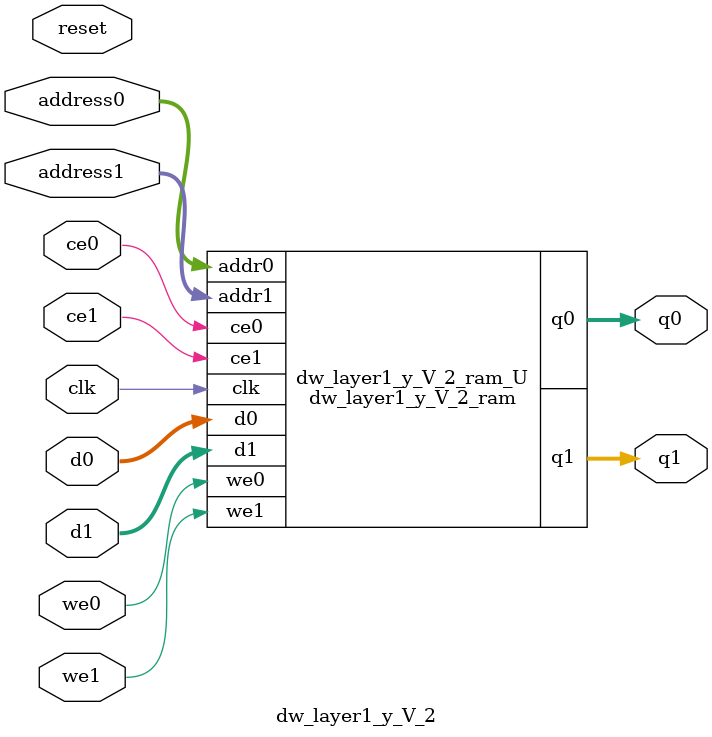
<source format=v>
`timescale 1 ns / 1 ps
module dw_layer1_y_V_2_ram (addr0, ce0, d0, we0, q0, addr1, ce1, d1, we1, q1,  clk);

parameter DWIDTH = 32;
parameter AWIDTH = 3;
parameter MEM_SIZE = 8;

input[AWIDTH-1:0] addr0;
input ce0;
input[DWIDTH-1:0] d0;
input we0;
output reg[DWIDTH-1:0] q0;
input[AWIDTH-1:0] addr1;
input ce1;
input[DWIDTH-1:0] d1;
input we1;
output reg[DWIDTH-1:0] q1;
input clk;

(* ram_style = "block" *)reg [DWIDTH-1:0] ram[0:MEM_SIZE-1];




always @(posedge clk)  
begin 
    if (ce0) begin
        if (we0) 
            ram[addr0] <= d0; 
        q0 <= ram[addr0];
    end
end


always @(posedge clk)  
begin 
    if (ce1) begin
        if (we1) 
            ram[addr1] <= d1; 
        q1 <= ram[addr1];
    end
end


endmodule

`timescale 1 ns / 1 ps
module dw_layer1_y_V_2(
    reset,
    clk,
    address0,
    ce0,
    we0,
    d0,
    q0,
    address1,
    ce1,
    we1,
    d1,
    q1);

parameter DataWidth = 32'd32;
parameter AddressRange = 32'd8;
parameter AddressWidth = 32'd3;
input reset;
input clk;
input[AddressWidth - 1:0] address0;
input ce0;
input we0;
input[DataWidth - 1:0] d0;
output[DataWidth - 1:0] q0;
input[AddressWidth - 1:0] address1;
input ce1;
input we1;
input[DataWidth - 1:0] d1;
output[DataWidth - 1:0] q1;



dw_layer1_y_V_2_ram dw_layer1_y_V_2_ram_U(
    .clk( clk ),
    .addr0( address0 ),
    .ce0( ce0 ),
    .we0( we0 ),
    .d0( d0 ),
    .q0( q0 ),
    .addr1( address1 ),
    .ce1( ce1 ),
    .we1( we1 ),
    .d1( d1 ),
    .q1( q1 ));

endmodule


</source>
